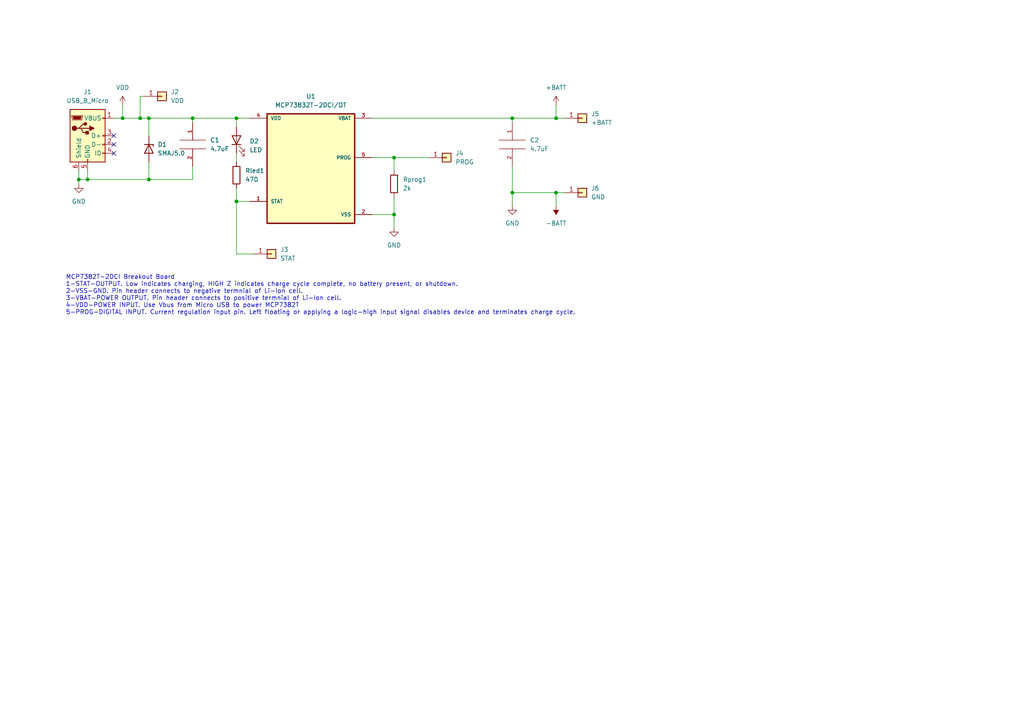
<source format=kicad_sch>
(kicad_sch (version 20211123) (generator eeschema)

  (uuid 28a09fd1-a8de-4f91-b42c-1e65b8fb3ed6)

  (paper "A4")

  (lib_symbols
    (symbol "Connector:USB_B_Micro" (pin_names (offset 1.016)) (in_bom yes) (on_board yes)
      (property "Reference" "J" (id 0) (at -5.08 11.43 0)
        (effects (font (size 1.27 1.27)) (justify left))
      )
      (property "Value" "USB_B_Micro" (id 1) (at -5.08 8.89 0)
        (effects (font (size 1.27 1.27)) (justify left))
      )
      (property "Footprint" "" (id 2) (at 3.81 -1.27 0)
        (effects (font (size 1.27 1.27)) hide)
      )
      (property "Datasheet" "~" (id 3) (at 3.81 -1.27 0)
        (effects (font (size 1.27 1.27)) hide)
      )
      (property "ki_keywords" "connector USB micro" (id 4) (at 0 0 0)
        (effects (font (size 1.27 1.27)) hide)
      )
      (property "ki_description" "USB Micro Type B connector" (id 5) (at 0 0 0)
        (effects (font (size 1.27 1.27)) hide)
      )
      (property "ki_fp_filters" "USB*" (id 6) (at 0 0 0)
        (effects (font (size 1.27 1.27)) hide)
      )
      (symbol "USB_B_Micro_0_1"
        (rectangle (start -5.08 -7.62) (end 5.08 7.62)
          (stroke (width 0.254) (type default) (color 0 0 0 0))
          (fill (type background))
        )
        (circle (center -3.81 2.159) (radius 0.635)
          (stroke (width 0.254) (type default) (color 0 0 0 0))
          (fill (type outline))
        )
        (circle (center -0.635 3.429) (radius 0.381)
          (stroke (width 0.254) (type default) (color 0 0 0 0))
          (fill (type outline))
        )
        (rectangle (start -0.127 -7.62) (end 0.127 -6.858)
          (stroke (width 0) (type default) (color 0 0 0 0))
          (fill (type none))
        )
        (polyline
          (pts
            (xy -1.905 2.159)
            (xy 0.635 2.159)
          )
          (stroke (width 0.254) (type default) (color 0 0 0 0))
          (fill (type none))
        )
        (polyline
          (pts
            (xy -3.175 2.159)
            (xy -2.54 2.159)
            (xy -1.27 3.429)
            (xy -0.635 3.429)
          )
          (stroke (width 0.254) (type default) (color 0 0 0 0))
          (fill (type none))
        )
        (polyline
          (pts
            (xy -2.54 2.159)
            (xy -1.905 2.159)
            (xy -1.27 0.889)
            (xy 0 0.889)
          )
          (stroke (width 0.254) (type default) (color 0 0 0 0))
          (fill (type none))
        )
        (polyline
          (pts
            (xy 0.635 2.794)
            (xy 0.635 1.524)
            (xy 1.905 2.159)
            (xy 0.635 2.794)
          )
          (stroke (width 0.254) (type default) (color 0 0 0 0))
          (fill (type outline))
        )
        (polyline
          (pts
            (xy -4.318 5.588)
            (xy -1.778 5.588)
            (xy -2.032 4.826)
            (xy -4.064 4.826)
            (xy -4.318 5.588)
          )
          (stroke (width 0) (type default) (color 0 0 0 0))
          (fill (type outline))
        )
        (polyline
          (pts
            (xy -4.699 5.842)
            (xy -4.699 5.588)
            (xy -4.445 4.826)
            (xy -4.445 4.572)
            (xy -1.651 4.572)
            (xy -1.651 4.826)
            (xy -1.397 5.588)
            (xy -1.397 5.842)
            (xy -4.699 5.842)
          )
          (stroke (width 0) (type default) (color 0 0 0 0))
          (fill (type none))
        )
        (rectangle (start 0.254 1.27) (end -0.508 0.508)
          (stroke (width 0.254) (type default) (color 0 0 0 0))
          (fill (type outline))
        )
        (rectangle (start 5.08 -5.207) (end 4.318 -4.953)
          (stroke (width 0) (type default) (color 0 0 0 0))
          (fill (type none))
        )
        (rectangle (start 5.08 -2.667) (end 4.318 -2.413)
          (stroke (width 0) (type default) (color 0 0 0 0))
          (fill (type none))
        )
        (rectangle (start 5.08 -0.127) (end 4.318 0.127)
          (stroke (width 0) (type default) (color 0 0 0 0))
          (fill (type none))
        )
        (rectangle (start 5.08 4.953) (end 4.318 5.207)
          (stroke (width 0) (type default) (color 0 0 0 0))
          (fill (type none))
        )
      )
      (symbol "USB_B_Micro_1_1"
        (pin power_out line (at 7.62 5.08 180) (length 2.54)
          (name "VBUS" (effects (font (size 1.27 1.27))))
          (number "1" (effects (font (size 1.27 1.27))))
        )
        (pin bidirectional line (at 7.62 -2.54 180) (length 2.54)
          (name "D-" (effects (font (size 1.27 1.27))))
          (number "2" (effects (font (size 1.27 1.27))))
        )
        (pin bidirectional line (at 7.62 0 180) (length 2.54)
          (name "D+" (effects (font (size 1.27 1.27))))
          (number "3" (effects (font (size 1.27 1.27))))
        )
        (pin passive line (at 7.62 -5.08 180) (length 2.54)
          (name "ID" (effects (font (size 1.27 1.27))))
          (number "4" (effects (font (size 1.27 1.27))))
        )
        (pin power_out line (at 0 -10.16 90) (length 2.54)
          (name "GND" (effects (font (size 1.27 1.27))))
          (number "5" (effects (font (size 1.27 1.27))))
        )
        (pin passive line (at -2.54 -10.16 90) (length 2.54)
          (name "Shield" (effects (font (size 1.27 1.27))))
          (number "6" (effects (font (size 1.27 1.27))))
        )
      )
    )
    (symbol "Connector_Generic:Conn_01x01" (pin_names (offset 1.016) hide) (in_bom yes) (on_board yes)
      (property "Reference" "J" (id 0) (at 0 2.54 0)
        (effects (font (size 1.27 1.27)))
      )
      (property "Value" "Conn_01x01" (id 1) (at 0 -2.54 0)
        (effects (font (size 1.27 1.27)))
      )
      (property "Footprint" "" (id 2) (at 0 0 0)
        (effects (font (size 1.27 1.27)) hide)
      )
      (property "Datasheet" "~" (id 3) (at 0 0 0)
        (effects (font (size 1.27 1.27)) hide)
      )
      (property "ki_keywords" "connector" (id 4) (at 0 0 0)
        (effects (font (size 1.27 1.27)) hide)
      )
      (property "ki_description" "Generic connector, single row, 01x01, script generated (kicad-library-utils/schlib/autogen/connector/)" (id 5) (at 0 0 0)
        (effects (font (size 1.27 1.27)) hide)
      )
      (property "ki_fp_filters" "Connector*:*_1x??_*" (id 6) (at 0 0 0)
        (effects (font (size 1.27 1.27)) hide)
      )
      (symbol "Conn_01x01_1_1"
        (rectangle (start -1.27 0.127) (end 0 -0.127)
          (stroke (width 0.1524) (type default) (color 0 0 0 0))
          (fill (type none))
        )
        (rectangle (start -1.27 1.27) (end 1.27 -1.27)
          (stroke (width 0.254) (type default) (color 0 0 0 0))
          (fill (type background))
        )
        (pin passive line (at -5.08 0 0) (length 3.81)
          (name "Pin_1" (effects (font (size 1.27 1.27))))
          (number "1" (effects (font (size 1.27 1.27))))
        )
      )
    )
    (symbol "Device:D_Zener" (pin_numbers hide) (pin_names (offset 1.016) hide) (in_bom yes) (on_board yes)
      (property "Reference" "D" (id 0) (at 0 2.54 0)
        (effects (font (size 1.27 1.27)))
      )
      (property "Value" "D_Zener" (id 1) (at 0 -2.54 0)
        (effects (font (size 1.27 1.27)))
      )
      (property "Footprint" "" (id 2) (at 0 0 0)
        (effects (font (size 1.27 1.27)) hide)
      )
      (property "Datasheet" "~" (id 3) (at 0 0 0)
        (effects (font (size 1.27 1.27)) hide)
      )
      (property "ki_keywords" "diode" (id 4) (at 0 0 0)
        (effects (font (size 1.27 1.27)) hide)
      )
      (property "ki_description" "Zener diode" (id 5) (at 0 0 0)
        (effects (font (size 1.27 1.27)) hide)
      )
      (property "ki_fp_filters" "TO-???* *_Diode_* *SingleDiode* D_*" (id 6) (at 0 0 0)
        (effects (font (size 1.27 1.27)) hide)
      )
      (symbol "D_Zener_0_1"
        (polyline
          (pts
            (xy 1.27 0)
            (xy -1.27 0)
          )
          (stroke (width 0) (type default) (color 0 0 0 0))
          (fill (type none))
        )
        (polyline
          (pts
            (xy -1.27 -1.27)
            (xy -1.27 1.27)
            (xy -0.762 1.27)
          )
          (stroke (width 0.254) (type default) (color 0 0 0 0))
          (fill (type none))
        )
        (polyline
          (pts
            (xy 1.27 -1.27)
            (xy 1.27 1.27)
            (xy -1.27 0)
            (xy 1.27 -1.27)
          )
          (stroke (width 0.254) (type default) (color 0 0 0 0))
          (fill (type none))
        )
      )
      (symbol "D_Zener_1_1"
        (pin passive line (at -3.81 0 0) (length 2.54)
          (name "K" (effects (font (size 1.27 1.27))))
          (number "1" (effects (font (size 1.27 1.27))))
        )
        (pin passive line (at 3.81 0 180) (length 2.54)
          (name "A" (effects (font (size 1.27 1.27))))
          (number "2" (effects (font (size 1.27 1.27))))
        )
      )
    )
    (symbol "Device:LED" (pin_numbers hide) (pin_names (offset 1.016) hide) (in_bom yes) (on_board yes)
      (property "Reference" "D" (id 0) (at 0 2.54 0)
        (effects (font (size 1.27 1.27)))
      )
      (property "Value" "LED" (id 1) (at 0 -2.54 0)
        (effects (font (size 1.27 1.27)))
      )
      (property "Footprint" "" (id 2) (at 0 0 0)
        (effects (font (size 1.27 1.27)) hide)
      )
      (property "Datasheet" "~" (id 3) (at 0 0 0)
        (effects (font (size 1.27 1.27)) hide)
      )
      (property "ki_keywords" "LED diode" (id 4) (at 0 0 0)
        (effects (font (size 1.27 1.27)) hide)
      )
      (property "ki_description" "Light emitting diode" (id 5) (at 0 0 0)
        (effects (font (size 1.27 1.27)) hide)
      )
      (property "ki_fp_filters" "LED* LED_SMD:* LED_THT:*" (id 6) (at 0 0 0)
        (effects (font (size 1.27 1.27)) hide)
      )
      (symbol "LED_0_1"
        (polyline
          (pts
            (xy -1.27 -1.27)
            (xy -1.27 1.27)
          )
          (stroke (width 0.254) (type default) (color 0 0 0 0))
          (fill (type none))
        )
        (polyline
          (pts
            (xy -1.27 0)
            (xy 1.27 0)
          )
          (stroke (width 0) (type default) (color 0 0 0 0))
          (fill (type none))
        )
        (polyline
          (pts
            (xy 1.27 -1.27)
            (xy 1.27 1.27)
            (xy -1.27 0)
            (xy 1.27 -1.27)
          )
          (stroke (width 0.254) (type default) (color 0 0 0 0))
          (fill (type none))
        )
        (polyline
          (pts
            (xy -3.048 -0.762)
            (xy -4.572 -2.286)
            (xy -3.81 -2.286)
            (xy -4.572 -2.286)
            (xy -4.572 -1.524)
          )
          (stroke (width 0) (type default) (color 0 0 0 0))
          (fill (type none))
        )
        (polyline
          (pts
            (xy -1.778 -0.762)
            (xy -3.302 -2.286)
            (xy -2.54 -2.286)
            (xy -3.302 -2.286)
            (xy -3.302 -1.524)
          )
          (stroke (width 0) (type default) (color 0 0 0 0))
          (fill (type none))
        )
      )
      (symbol "LED_1_1"
        (pin passive line (at -3.81 0 0) (length 2.54)
          (name "K" (effects (font (size 1.27 1.27))))
          (number "1" (effects (font (size 1.27 1.27))))
        )
        (pin passive line (at 3.81 0 180) (length 2.54)
          (name "A" (effects (font (size 1.27 1.27))))
          (number "2" (effects (font (size 1.27 1.27))))
        )
      )
    )
    (symbol "Device:R" (pin_numbers hide) (pin_names (offset 0)) (in_bom yes) (on_board yes)
      (property "Reference" "R" (id 0) (at 2.032 0 90)
        (effects (font (size 1.27 1.27)))
      )
      (property "Value" "R" (id 1) (at 0 0 90)
        (effects (font (size 1.27 1.27)))
      )
      (property "Footprint" "" (id 2) (at -1.778 0 90)
        (effects (font (size 1.27 1.27)) hide)
      )
      (property "Datasheet" "~" (id 3) (at 0 0 0)
        (effects (font (size 1.27 1.27)) hide)
      )
      (property "ki_keywords" "R res resistor" (id 4) (at 0 0 0)
        (effects (font (size 1.27 1.27)) hide)
      )
      (property "ki_description" "Resistor" (id 5) (at 0 0 0)
        (effects (font (size 1.27 1.27)) hide)
      )
      (property "ki_fp_filters" "R_*" (id 6) (at 0 0 0)
        (effects (font (size 1.27 1.27)) hide)
      )
      (symbol "R_0_1"
        (rectangle (start -1.016 -2.54) (end 1.016 2.54)
          (stroke (width 0.254) (type default) (color 0 0 0 0))
          (fill (type none))
        )
      )
      (symbol "R_1_1"
        (pin passive line (at 0 3.81 270) (length 1.27)
          (name "~" (effects (font (size 1.27 1.27))))
          (number "1" (effects (font (size 1.27 1.27))))
        )
        (pin passive line (at 0 -3.81 90) (length 1.27)
          (name "~" (effects (font (size 1.27 1.27))))
          (number "2" (effects (font (size 1.27 1.27))))
        )
      )
    )
    (symbol "MCP73832T-2DCI_OT:MCP73832T-2DCI{slash}OT" (pin_names (offset 1.016)) (in_bom yes) (on_board yes)
      (property "Reference" "U?" (id 0) (at 0 15.24 0)
        (effects (font (size 1.27 1.27)))
      )
      (property "Value" "MCP73832T-2DCI/OT" (id 1) (at 0 12.7 0)
        (effects (font (size 1.27 1.27)))
      )
      (property "Footprint" "SOT95P280X145-5N" (id 2) (at 0 0 0)
        (effects (font (size 1.27 1.27)) (justify bottom) hide)
      )
      (property "Datasheet" "" (id 3) (at 0 0 0)
        (effects (font (size 1.27 1.27)) hide)
      )
      (symbol "MCP73832T-2DCI{slash}OT_0_0"
        (rectangle (start -12.7 10.16) (end 12.7 -21.59)
          (stroke (width 0.41) (type default) (color 0 0 0 0))
          (fill (type background))
        )
        (pin input line (at -17.78 -15.24 0) (length 5.08)
          (name "STAT" (effects (font (size 1.016 1.016))))
          (number "1" (effects (font (size 1.016 1.016))))
        )
        (pin power_in line (at 17.78 -19.05 180) (length 5.08)
          (name "VSS" (effects (font (size 1.016 1.016))))
          (number "2" (effects (font (size 1.016 1.016))))
        )
        (pin input line (at 17.78 8.89 180) (length 5.08)
          (name "VBAT" (effects (font (size 1.016 1.016))))
          (number "3" (effects (font (size 1.016 1.016))))
        )
        (pin power_in line (at -17.78 8.89 0) (length 5.08)
          (name "VDD" (effects (font (size 1.016 1.016))))
          (number "4" (effects (font (size 1.016 1.016))))
        )
        (pin input line (at 17.78 -2.54 180) (length 5.08)
          (name "PROG" (effects (font (size 1.016 1.016))))
          (number "5" (effects (font (size 1.016 1.016))))
        )
      )
    )
    (symbol "power:+BATT" (power) (pin_names (offset 0)) (in_bom yes) (on_board yes)
      (property "Reference" "#PWR" (id 0) (at 0 -3.81 0)
        (effects (font (size 1.27 1.27)) hide)
      )
      (property "Value" "+BATT" (id 1) (at 0 3.556 0)
        (effects (font (size 1.27 1.27)))
      )
      (property "Footprint" "" (id 2) (at 0 0 0)
        (effects (font (size 1.27 1.27)) hide)
      )
      (property "Datasheet" "" (id 3) (at 0 0 0)
        (effects (font (size 1.27 1.27)) hide)
      )
      (property "ki_keywords" "power-flag battery" (id 4) (at 0 0 0)
        (effects (font (size 1.27 1.27)) hide)
      )
      (property "ki_description" "Power symbol creates a global label with name \"+BATT\"" (id 5) (at 0 0 0)
        (effects (font (size 1.27 1.27)) hide)
      )
      (symbol "+BATT_0_1"
        (polyline
          (pts
            (xy -0.762 1.27)
            (xy 0 2.54)
          )
          (stroke (width 0) (type default) (color 0 0 0 0))
          (fill (type none))
        )
        (polyline
          (pts
            (xy 0 0)
            (xy 0 2.54)
          )
          (stroke (width 0) (type default) (color 0 0 0 0))
          (fill (type none))
        )
        (polyline
          (pts
            (xy 0 2.54)
            (xy 0.762 1.27)
          )
          (stroke (width 0) (type default) (color 0 0 0 0))
          (fill (type none))
        )
      )
      (symbol "+BATT_1_1"
        (pin power_in line (at 0 0 90) (length 0) hide
          (name "+BATT" (effects (font (size 1.27 1.27))))
          (number "1" (effects (font (size 1.27 1.27))))
        )
      )
    )
    (symbol "power:-BATT" (power) (pin_names (offset 0)) (in_bom yes) (on_board yes)
      (property "Reference" "#PWR" (id 0) (at 0 -3.81 0)
        (effects (font (size 1.27 1.27)) hide)
      )
      (property "Value" "-BATT" (id 1) (at 0 3.556 0)
        (effects (font (size 1.27 1.27)))
      )
      (property "Footprint" "" (id 2) (at 0 0 0)
        (effects (font (size 1.27 1.27)) hide)
      )
      (property "Datasheet" "" (id 3) (at 0 0 0)
        (effects (font (size 1.27 1.27)) hide)
      )
      (property "ki_keywords" "power-flag battery" (id 4) (at 0 0 0)
        (effects (font (size 1.27 1.27)) hide)
      )
      (property "ki_description" "Power symbol creates a global label with name \"-BATT\"" (id 5) (at 0 0 0)
        (effects (font (size 1.27 1.27)) hide)
      )
      (symbol "-BATT_0_1"
        (polyline
          (pts
            (xy 0 0)
            (xy 0 2.54)
          )
          (stroke (width 0) (type default) (color 0 0 0 0))
          (fill (type none))
        )
        (polyline
          (pts
            (xy 0.762 1.27)
            (xy -0.762 1.27)
            (xy 0 2.54)
            (xy 0.762 1.27)
          )
          (stroke (width 0) (type default) (color 0 0 0 0))
          (fill (type outline))
        )
      )
      (symbol "-BATT_1_1"
        (pin power_in line (at 0 0 90) (length 0) hide
          (name "-BATT" (effects (font (size 1.27 1.27))))
          (number "1" (effects (font (size 1.27 1.27))))
        )
      )
    )
    (symbol "power:GND" (power) (pin_names (offset 0)) (in_bom yes) (on_board yes)
      (property "Reference" "#PWR" (id 0) (at 0 -6.35 0)
        (effects (font (size 1.27 1.27)) hide)
      )
      (property "Value" "GND" (id 1) (at 0 -3.81 0)
        (effects (font (size 1.27 1.27)))
      )
      (property "Footprint" "" (id 2) (at 0 0 0)
        (effects (font (size 1.27 1.27)) hide)
      )
      (property "Datasheet" "" (id 3) (at 0 0 0)
        (effects (font (size 1.27 1.27)) hide)
      )
      (property "ki_keywords" "power-flag" (id 4) (at 0 0 0)
        (effects (font (size 1.27 1.27)) hide)
      )
      (property "ki_description" "Power symbol creates a global label with name \"GND\" , ground" (id 5) (at 0 0 0)
        (effects (font (size 1.27 1.27)) hide)
      )
      (symbol "GND_0_1"
        (polyline
          (pts
            (xy 0 0)
            (xy 0 -1.27)
            (xy 1.27 -1.27)
            (xy 0 -2.54)
            (xy -1.27 -1.27)
            (xy 0 -1.27)
          )
          (stroke (width 0) (type default) (color 0 0 0 0))
          (fill (type none))
        )
      )
      (symbol "GND_1_1"
        (pin power_in line (at 0 0 270) (length 0) hide
          (name "GND" (effects (font (size 1.27 1.27))))
          (number "1" (effects (font (size 1.27 1.27))))
        )
      )
    )
    (symbol "power:VDD" (power) (pin_names (offset 0)) (in_bom yes) (on_board yes)
      (property "Reference" "#PWR" (id 0) (at 0 -3.81 0)
        (effects (font (size 1.27 1.27)) hide)
      )
      (property "Value" "VDD" (id 1) (at 0 3.81 0)
        (effects (font (size 1.27 1.27)))
      )
      (property "Footprint" "" (id 2) (at 0 0 0)
        (effects (font (size 1.27 1.27)) hide)
      )
      (property "Datasheet" "" (id 3) (at 0 0 0)
        (effects (font (size 1.27 1.27)) hide)
      )
      (property "ki_keywords" "power-flag" (id 4) (at 0 0 0)
        (effects (font (size 1.27 1.27)) hide)
      )
      (property "ki_description" "Power symbol creates a global label with name \"VDD\"" (id 5) (at 0 0 0)
        (effects (font (size 1.27 1.27)) hide)
      )
      (symbol "VDD_0_1"
        (polyline
          (pts
            (xy -0.762 1.27)
            (xy 0 2.54)
          )
          (stroke (width 0) (type default) (color 0 0 0 0))
          (fill (type none))
        )
        (polyline
          (pts
            (xy 0 0)
            (xy 0 2.54)
          )
          (stroke (width 0) (type default) (color 0 0 0 0))
          (fill (type none))
        )
        (polyline
          (pts
            (xy 0 2.54)
            (xy 0.762 1.27)
          )
          (stroke (width 0) (type default) (color 0 0 0 0))
          (fill (type none))
        )
      )
      (symbol "VDD_1_1"
        (pin power_in line (at 0 0 90) (length 0) hide
          (name "VDD" (effects (font (size 1.27 1.27))))
          (number "1" (effects (font (size 1.27 1.27))))
        )
      )
    )
    (symbol "pspice:C" (pin_names (offset 0.254)) (in_bom yes) (on_board yes)
      (property "Reference" "C" (id 0) (at 2.54 3.81 90)
        (effects (font (size 1.27 1.27)))
      )
      (property "Value" "C" (id 1) (at 2.54 -3.81 90)
        (effects (font (size 1.27 1.27)))
      )
      (property "Footprint" "" (id 2) (at 0 0 0)
        (effects (font (size 1.27 1.27)) hide)
      )
      (property "Datasheet" "~" (id 3) (at 0 0 0)
        (effects (font (size 1.27 1.27)) hide)
      )
      (property "ki_keywords" "simulation" (id 4) (at 0 0 0)
        (effects (font (size 1.27 1.27)) hide)
      )
      (property "ki_description" "Capacitor symbol for simulation only" (id 5) (at 0 0 0)
        (effects (font (size 1.27 1.27)) hide)
      )
      (symbol "C_0_1"
        (polyline
          (pts
            (xy -3.81 -1.27)
            (xy 3.81 -1.27)
          )
          (stroke (width 0) (type default) (color 0 0 0 0))
          (fill (type none))
        )
        (polyline
          (pts
            (xy -3.81 1.27)
            (xy 3.81 1.27)
          )
          (stroke (width 0) (type default) (color 0 0 0 0))
          (fill (type none))
        )
      )
      (symbol "C_1_1"
        (pin passive line (at 0 6.35 270) (length 5.08)
          (name "~" (effects (font (size 1.016 1.016))))
          (number "1" (effects (font (size 1.016 1.016))))
        )
        (pin passive line (at 0 -6.35 90) (length 5.08)
          (name "~" (effects (font (size 1.016 1.016))))
          (number "2" (effects (font (size 1.016 1.016))))
        )
      )
    )
  )

  (junction (at 40.64 34.29) (diameter 0) (color 0 0 0 0)
    (uuid 04fcd97f-e1b6-4bcc-b3de-34e02a66ef84)
  )
  (junction (at 43.18 34.29) (diameter 0) (color 0 0 0 0)
    (uuid 080bdc3e-238f-46db-8365-76655bfa7863)
  )
  (junction (at 114.3 45.72) (diameter 0) (color 0 0 0 0)
    (uuid 39a1badb-d9f9-47f2-a7d0-476d2fc914ca)
  )
  (junction (at 148.59 34.29) (diameter 0) (color 0 0 0 0)
    (uuid 3a486e81-3ad4-4b3c-bd62-60d11bdfa6c8)
  )
  (junction (at 35.56 34.29) (diameter 0) (color 0 0 0 0)
    (uuid 51971117-7fb6-4685-9640-b2b9e13d1fab)
  )
  (junction (at 43.18 52.07) (diameter 0) (color 0 0 0 0)
    (uuid 59a7b6d3-6e72-450b-b46b-458a238eee98)
  )
  (junction (at 148.59 55.88) (diameter 0) (color 0 0 0 0)
    (uuid 6181b0d2-daa6-4cd6-bc81-9f4c55334adf)
  )
  (junction (at 114.3 62.23) (diameter 0) (color 0 0 0 0)
    (uuid 8032a69d-47bd-4886-9ae4-fd1a39be356a)
  )
  (junction (at 55.88 34.29) (diameter 0) (color 0 0 0 0)
    (uuid 9c4f9c18-ccd7-462d-b933-4ff300153ca4)
  )
  (junction (at 25.4 52.07) (diameter 0) (color 0 0 0 0)
    (uuid 9c97cedf-eb7d-4893-ad8d-f50366107069)
  )
  (junction (at 68.58 34.29) (diameter 0) (color 0 0 0 0)
    (uuid d340786b-35f6-4df6-86a4-604fd83ccb11)
  )
  (junction (at 161.29 55.88) (diameter 0) (color 0 0 0 0)
    (uuid e1dad8da-38a0-4cac-a793-8af65bfffecc)
  )
  (junction (at 22.86 52.07) (diameter 0) (color 0 0 0 0)
    (uuid e461a95a-1630-45e6-a02f-5670d3a66448)
  )
  (junction (at 68.58 58.42) (diameter 0) (color 0 0 0 0)
    (uuid e97ae05d-8e08-405e-873f-775f22df129c)
  )
  (junction (at 161.29 34.29) (diameter 0) (color 0 0 0 0)
    (uuid f1bd186e-b70b-4018-a426-f6be21d4d354)
  )

  (no_connect (at 33.02 41.91) (uuid 43abfffd-08b6-4b81-aa6b-d04a1032aecb))
  (no_connect (at 33.02 39.37) (uuid 43abfffd-08b6-4b81-aa6b-d04a1032aecc))
  (no_connect (at 33.02 44.45) (uuid 43abfffd-08b6-4b81-aa6b-d04a1032aecd))

  (wire (pts (xy 55.88 52.07) (xy 43.18 52.07))
    (stroke (width 0) (type default) (color 0 0 0 0))
    (uuid 17bf01f1-695b-43f8-a87c-b284a1ddfcf2)
  )
  (wire (pts (xy 68.58 34.29) (xy 68.58 36.83))
    (stroke (width 0) (type default) (color 0 0 0 0))
    (uuid 2d54e7b4-9135-4191-b657-e25ba47af22f)
  )
  (wire (pts (xy 25.4 49.53) (xy 25.4 52.07))
    (stroke (width 0) (type default) (color 0 0 0 0))
    (uuid 307b35ed-32d3-49d8-a01a-c598d624b752)
  )
  (wire (pts (xy 40.64 34.29) (xy 43.18 34.29))
    (stroke (width 0) (type default) (color 0 0 0 0))
    (uuid 331ff52c-8b5c-4349-aea7-25cc59e4e549)
  )
  (wire (pts (xy 161.29 34.29) (xy 163.83 34.29))
    (stroke (width 0) (type default) (color 0 0 0 0))
    (uuid 33278b9e-4d63-45a4-9bd3-358572cd7306)
  )
  (wire (pts (xy 161.29 34.29) (xy 148.59 34.29))
    (stroke (width 0) (type default) (color 0 0 0 0))
    (uuid 36e7b22e-cc82-409e-980c-1cf7579043f5)
  )
  (wire (pts (xy 43.18 52.07) (xy 25.4 52.07))
    (stroke (width 0) (type default) (color 0 0 0 0))
    (uuid 3c7d96eb-480a-454d-8504-ea32120441e0)
  )
  (wire (pts (xy 161.29 59.69) (xy 161.29 55.88))
    (stroke (width 0) (type default) (color 0 0 0 0))
    (uuid 3cba73e9-f75c-4b90-be3b-3926de2b00e2)
  )
  (wire (pts (xy 55.88 35.56) (xy 55.88 34.29))
    (stroke (width 0) (type default) (color 0 0 0 0))
    (uuid 3e276431-6419-4c3d-aecc-24188a1fca1d)
  )
  (wire (pts (xy 43.18 34.29) (xy 55.88 34.29))
    (stroke (width 0) (type default) (color 0 0 0 0))
    (uuid 460d162e-2f02-4465-b367-eb5a04417cf8)
  )
  (wire (pts (xy 114.3 62.23) (xy 107.95 62.23))
    (stroke (width 0) (type default) (color 0 0 0 0))
    (uuid 4764c9a4-b5ef-4f61-a418-4928e945d2bc)
  )
  (wire (pts (xy 43.18 34.29) (xy 43.18 39.37))
    (stroke (width 0) (type default) (color 0 0 0 0))
    (uuid 4cca6bed-d294-4e54-9ce9-f510ba93d274)
  )
  (wire (pts (xy 68.58 58.42) (xy 72.39 58.42))
    (stroke (width 0) (type default) (color 0 0 0 0))
    (uuid 4ea95768-1799-4437-bbb5-e673cbaa2ae8)
  )
  (wire (pts (xy 40.64 27.94) (xy 40.64 34.29))
    (stroke (width 0) (type default) (color 0 0 0 0))
    (uuid 54d2752d-ce2a-4020-95ed-a3d58093aae1)
  )
  (wire (pts (xy 25.4 52.07) (xy 22.86 52.07))
    (stroke (width 0) (type default) (color 0 0 0 0))
    (uuid 57febb93-f1c8-4941-9849-ed708ec08921)
  )
  (wire (pts (xy 41.91 27.94) (xy 40.64 27.94))
    (stroke (width 0) (type default) (color 0 0 0 0))
    (uuid 67e70509-f366-4ec7-b9ba-dd0e611f3c9e)
  )
  (wire (pts (xy 22.86 52.07) (xy 22.86 53.34))
    (stroke (width 0) (type default) (color 0 0 0 0))
    (uuid 6dad2a17-6fd1-4784-8459-50470cd8c727)
  )
  (wire (pts (xy 35.56 30.48) (xy 35.56 34.29))
    (stroke (width 0) (type default) (color 0 0 0 0))
    (uuid 6e96b7c8-cba3-4e25-ab83-711e3e8e2d0a)
  )
  (wire (pts (xy 68.58 34.29) (xy 72.39 34.29))
    (stroke (width 0) (type default) (color 0 0 0 0))
    (uuid 70e466c6-a68b-4c75-bf1a-751ae90bfc86)
  )
  (wire (pts (xy 68.58 54.61) (xy 68.58 58.42))
    (stroke (width 0) (type default) (color 0 0 0 0))
    (uuid 833de14f-9275-4caa-8814-9306c2051a51)
  )
  (wire (pts (xy 107.95 34.29) (xy 148.59 34.29))
    (stroke (width 0) (type default) (color 0 0 0 0))
    (uuid 83903783-bbf0-4f43-b8d6-e3bbefd1b177)
  )
  (wire (pts (xy 55.88 48.26) (xy 55.88 52.07))
    (stroke (width 0) (type default) (color 0 0 0 0))
    (uuid 85c18be6-cb87-4bf3-9ca0-9c485060fcf4)
  )
  (wire (pts (xy 114.3 45.72) (xy 114.3 49.53))
    (stroke (width 0) (type default) (color 0 0 0 0))
    (uuid 8bc1501a-8cd9-4d86-b291-1a55fd3a8229)
  )
  (wire (pts (xy 33.02 34.29) (xy 35.56 34.29))
    (stroke (width 0) (type default) (color 0 0 0 0))
    (uuid 8c17bb37-1cd4-4e65-8c17-be67b5703060)
  )
  (wire (pts (xy 161.29 30.48) (xy 161.29 34.29))
    (stroke (width 0) (type default) (color 0 0 0 0))
    (uuid 90d4654a-8d98-4eb0-b4f8-3b742648f965)
  )
  (wire (pts (xy 68.58 73.66) (xy 68.58 58.42))
    (stroke (width 0) (type default) (color 0 0 0 0))
    (uuid 9d552474-4a97-4614-b723-e8be084d881e)
  )
  (wire (pts (xy 68.58 44.45) (xy 68.58 46.99))
    (stroke (width 0) (type default) (color 0 0 0 0))
    (uuid a121cbaf-b549-495c-ae3e-159700ae704f)
  )
  (wire (pts (xy 114.3 45.72) (xy 124.46 45.72))
    (stroke (width 0) (type default) (color 0 0 0 0))
    (uuid a4abff97-bf12-4fc7-aa8c-ee91f8edfee7)
  )
  (wire (pts (xy 22.86 49.53) (xy 22.86 52.07))
    (stroke (width 0) (type default) (color 0 0 0 0))
    (uuid a7d33c05-478a-4392-9646-d1ad83520fdf)
  )
  (wire (pts (xy 148.59 48.26) (xy 148.59 55.88))
    (stroke (width 0) (type default) (color 0 0 0 0))
    (uuid aa4d4c66-a3bd-4c9a-9c89-cc4d7cb99fbb)
  )
  (wire (pts (xy 107.95 45.72) (xy 114.3 45.72))
    (stroke (width 0) (type default) (color 0 0 0 0))
    (uuid b9f59f4f-7d71-4a30-a46e-87cb726efffb)
  )
  (wire (pts (xy 148.59 35.56) (xy 148.59 34.29))
    (stroke (width 0) (type default) (color 0 0 0 0))
    (uuid bc14b1f1-b6f2-4f48-9f05-e19c64eeda8d)
  )
  (wire (pts (xy 73.66 73.66) (xy 68.58 73.66))
    (stroke (width 0) (type default) (color 0 0 0 0))
    (uuid bea30921-5a32-4b7f-b53b-ef4f8c31f61d)
  )
  (wire (pts (xy 114.3 66.04) (xy 114.3 62.23))
    (stroke (width 0) (type default) (color 0 0 0 0))
    (uuid dc7e5fba-696f-43a9-b03e-6ff2541d0fbc)
  )
  (wire (pts (xy 161.29 55.88) (xy 148.59 55.88))
    (stroke (width 0) (type default) (color 0 0 0 0))
    (uuid e3c9c000-aed0-4dfb-9929-ee9dfdb99481)
  )
  (wire (pts (xy 114.3 57.15) (xy 114.3 62.23))
    (stroke (width 0) (type default) (color 0 0 0 0))
    (uuid e4671e29-d42b-45c6-a76d-b2f2b9309424)
  )
  (wire (pts (xy 148.59 55.88) (xy 148.59 59.69))
    (stroke (width 0) (type default) (color 0 0 0 0))
    (uuid e6f7bb7c-92d2-4626-9cf2-248cd744d301)
  )
  (wire (pts (xy 161.29 55.88) (xy 163.83 55.88))
    (stroke (width 0) (type default) (color 0 0 0 0))
    (uuid ebe57ea8-1560-41a4-bf9b-84e42ab2732a)
  )
  (wire (pts (xy 55.88 34.29) (xy 68.58 34.29))
    (stroke (width 0) (type default) (color 0 0 0 0))
    (uuid f42922d4-5b9a-4548-8576-3cbfb6ce6c5e)
  )
  (wire (pts (xy 35.56 34.29) (xy 40.64 34.29))
    (stroke (width 0) (type default) (color 0 0 0 0))
    (uuid f566f329-ca09-4cd7-8ba9-d0b498861ce9)
  )
  (wire (pts (xy 43.18 46.99) (xy 43.18 52.07))
    (stroke (width 0) (type default) (color 0 0 0 0))
    (uuid f984bb49-a6cd-4048-811c-90a9f9bc466c)
  )

  (text "MCP7382T-2DCI Breakout Board\n1-STAT-OUTPUT. Low indicates charging, HIGH Z indicates charge cycle complete, no battery present, or shutdown.\n2-VSS-GND. Pin header connects to negative termnial of Li-Ion cell.\n3-VBAT-POWER OUTPUT. Pin header connects to positive termnial of Li-Ion cell.\n4-VDD-POWER INPUT. Use Vbus from Micro USB to power MCP7382T\n5-PROG-DIGITAL INPUT. Current regulation input pin. Left floating or applying a logic-high input signal disables device and terminates charge cycle."
    (at 19.05 91.44 0)
    (effects (font (size 1.27 1.27)) (justify left bottom))
    (uuid 112a87c7-e491-4191-a0c1-f64155a0c20f)
  )

  (symbol (lib_id "power:+BATT") (at 161.29 30.48 0) (unit 1)
    (in_bom yes) (on_board yes) (fields_autoplaced)
    (uuid 098e2935-5a27-4a36-a769-85e1f1b17d8c)
    (property "Reference" "#PWR05" (id 0) (at 161.29 34.29 0)
      (effects (font (size 1.27 1.27)) hide)
    )
    (property "Value" "+BATT" (id 1) (at 161.29 25.4 0))
    (property "Footprint" "" (id 2) (at 161.29 30.48 0)
      (effects (font (size 1.27 1.27)) hide)
    )
    (property "Datasheet" "" (id 3) (at 161.29 30.48 0)
      (effects (font (size 1.27 1.27)) hide)
    )
    (pin "1" (uuid 4856617d-d30f-484e-8d0d-6923ea1b23ea))
  )

  (symbol (lib_id "power:GND") (at 114.3 66.04 0) (unit 1)
    (in_bom yes) (on_board yes) (fields_autoplaced)
    (uuid 14cc46a3-465b-4ab3-a3c2-a7f6aa24f751)
    (property "Reference" "#PWR03" (id 0) (at 114.3 72.39 0)
      (effects (font (size 1.27 1.27)) hide)
    )
    (property "Value" "GND" (id 1) (at 114.3 71.12 0))
    (property "Footprint" "" (id 2) (at 114.3 66.04 0)
      (effects (font (size 1.27 1.27)) hide)
    )
    (property "Datasheet" "" (id 3) (at 114.3 66.04 0)
      (effects (font (size 1.27 1.27)) hide)
    )
    (pin "1" (uuid fde9d1e8-a909-4c33-9c73-f027f52ac886))
  )

  (symbol (lib_id "power:-BATT") (at 161.29 59.69 180) (unit 1)
    (in_bom yes) (on_board yes) (fields_autoplaced)
    (uuid 1a9c3fe5-329d-4530-9fae-9daea58b4839)
    (property "Reference" "#PWR06" (id 0) (at 161.29 55.88 0)
      (effects (font (size 1.27 1.27)) hide)
    )
    (property "Value" "-BATT" (id 1) (at 161.29 64.77 0))
    (property "Footprint" "" (id 2) (at 161.29 59.69 0)
      (effects (font (size 1.27 1.27)) hide)
    )
    (property "Datasheet" "" (id 3) (at 161.29 59.69 0)
      (effects (font (size 1.27 1.27)) hide)
    )
    (pin "1" (uuid 74ac627b-0b34-4d94-b392-29d8e4abca8b))
  )

  (symbol (lib_id "Device:LED") (at 68.58 40.64 90) (unit 1)
    (in_bom yes) (on_board yes) (fields_autoplaced)
    (uuid 5c4e2634-d732-40e4-80e6-36eac030fc44)
    (property "Reference" "D2" (id 0) (at 72.39 40.9574 90)
      (effects (font (size 1.27 1.27)) (justify right))
    )
    (property "Value" "LED" (id 1) (at 72.39 43.4974 90)
      (effects (font (size 1.27 1.27)) (justify right))
    )
    (property "Footprint" "Diode_SMD:D_1206_3216Metric" (id 2) (at 68.58 40.64 0)
      (effects (font (size 1.27 1.27)) hide)
    )
    (property "Datasheet" "~" (id 3) (at 68.58 40.64 0)
      (effects (font (size 1.27 1.27)) hide)
    )
    (pin "1" (uuid 49fe0b82-5ba6-4946-9e63-bace87c235f4))
    (pin "2" (uuid f5c362a9-1b0d-4640-8649-e13bc875063d))
  )

  (symbol (lib_id "Connector_Generic:Conn_01x01") (at 168.91 34.29 0) (unit 1)
    (in_bom yes) (on_board yes) (fields_autoplaced)
    (uuid 604378b1-f528-4e65-a40f-d3edde78ac23)
    (property "Reference" "J5" (id 0) (at 171.45 33.0199 0)
      (effects (font (size 1.27 1.27)) (justify left))
    )
    (property "Value" "+BATT" (id 1) (at 171.45 35.5599 0)
      (effects (font (size 1.27 1.27)) (justify left))
    )
    (property "Footprint" "Connector_PinSocket_2.54mm:PinSocket_1x01_P2.54mm_Vertical" (id 2) (at 168.91 34.29 0)
      (effects (font (size 1.27 1.27)) hide)
    )
    (property "Datasheet" "~" (id 3) (at 168.91 34.29 0)
      (effects (font (size 1.27 1.27)) hide)
    )
    (pin "1" (uuid 5d678739-4140-437e-ad4b-5fa3f235a523))
  )

  (symbol (lib_id "power:GND") (at 148.59 59.69 0) (unit 1)
    (in_bom yes) (on_board yes) (fields_autoplaced)
    (uuid 6c19fa6b-24b3-4865-8d3a-2a4227991d84)
    (property "Reference" "#PWR04" (id 0) (at 148.59 66.04 0)
      (effects (font (size 1.27 1.27)) hide)
    )
    (property "Value" "GND" (id 1) (at 148.59 64.77 0))
    (property "Footprint" "" (id 2) (at 148.59 59.69 0)
      (effects (font (size 1.27 1.27)) hide)
    )
    (property "Datasheet" "" (id 3) (at 148.59 59.69 0)
      (effects (font (size 1.27 1.27)) hide)
    )
    (pin "1" (uuid 494a54cc-fdb2-4c67-b576-8061ebb10df0))
  )

  (symbol (lib_id "Connector_Generic:Conn_01x01") (at 46.99 27.94 0) (unit 1)
    (in_bom yes) (on_board yes) (fields_autoplaced)
    (uuid 71fe3199-5a73-4717-87c4-7ab2e504d10d)
    (property "Reference" "J2" (id 0) (at 49.53 26.6699 0)
      (effects (font (size 1.27 1.27)) (justify left))
    )
    (property "Value" "VDD" (id 1) (at 49.53 29.2099 0)
      (effects (font (size 1.27 1.27)) (justify left))
    )
    (property "Footprint" "Connector_PinSocket_2.54mm:PinSocket_1x01_P2.54mm_Vertical" (id 2) (at 46.99 27.94 0)
      (effects (font (size 1.27 1.27)) hide)
    )
    (property "Datasheet" "~" (id 3) (at 46.99 27.94 0)
      (effects (font (size 1.27 1.27)) hide)
    )
    (pin "1" (uuid 8cc92df5-e722-4201-8f06-8891b20f6925))
  )

  (symbol (lib_id "Connector_Generic:Conn_01x01") (at 129.54 45.72 0) (unit 1)
    (in_bom yes) (on_board yes) (fields_autoplaced)
    (uuid 8c5eac69-da0d-4528-8c6f-1c21871b5c52)
    (property "Reference" "J4" (id 0) (at 132.08 44.4499 0)
      (effects (font (size 1.27 1.27)) (justify left))
    )
    (property "Value" "PROG" (id 1) (at 132.08 46.9899 0)
      (effects (font (size 1.27 1.27)) (justify left))
    )
    (property "Footprint" "Connector_PinSocket_2.54mm:PinSocket_1x01_P2.54mm_Vertical" (id 2) (at 129.54 45.72 0)
      (effects (font (size 1.27 1.27)) hide)
    )
    (property "Datasheet" "~" (id 3) (at 129.54 45.72 0)
      (effects (font (size 1.27 1.27)) hide)
    )
    (pin "1" (uuid 32fe5648-a05d-44ab-961d-8df31f06d85c))
  )

  (symbol (lib_id "Connector_Generic:Conn_01x01") (at 78.74 73.66 0) (unit 1)
    (in_bom yes) (on_board yes) (fields_autoplaced)
    (uuid 8dc810c9-9a6a-4a9b-a385-e7dd2fb8dd60)
    (property "Reference" "J3" (id 0) (at 81.28 72.3899 0)
      (effects (font (size 1.27 1.27)) (justify left))
    )
    (property "Value" "STAT" (id 1) (at 81.28 74.9299 0)
      (effects (font (size 1.27 1.27)) (justify left))
    )
    (property "Footprint" "Connector_PinSocket_2.54mm:PinSocket_1x01_P2.54mm_Vertical" (id 2) (at 78.74 73.66 0)
      (effects (font (size 1.27 1.27)) hide)
    )
    (property "Datasheet" "~" (id 3) (at 78.74 73.66 0)
      (effects (font (size 1.27 1.27)) hide)
    )
    (pin "1" (uuid 811cb552-7474-4a65-b841-1b4dabb1ac83))
  )

  (symbol (lib_id "Connector_Generic:Conn_01x01") (at 168.91 55.88 0) (unit 1)
    (in_bom yes) (on_board yes) (fields_autoplaced)
    (uuid 99653e1c-e853-4236-8ed6-97b4d81c79be)
    (property "Reference" "J6" (id 0) (at 171.45 54.6099 0)
      (effects (font (size 1.27 1.27)) (justify left))
    )
    (property "Value" "GND" (id 1) (at 171.45 57.1499 0)
      (effects (font (size 1.27 1.27)) (justify left))
    )
    (property "Footprint" "Connector_PinSocket_2.54mm:PinSocket_1x01_P2.54mm_Vertical" (id 2) (at 168.91 55.88 0)
      (effects (font (size 1.27 1.27)) hide)
    )
    (property "Datasheet" "~" (id 3) (at 168.91 55.88 0)
      (effects (font (size 1.27 1.27)) hide)
    )
    (pin "1" (uuid c078c79a-44a4-4911-8cee-bcebc8979fb1))
  )

  (symbol (lib_id "Device:R") (at 68.58 50.8 0) (unit 1)
    (in_bom yes) (on_board yes) (fields_autoplaced)
    (uuid 9d14fd02-dea6-4294-b582-0117635ea455)
    (property "Reference" "Rled1" (id 0) (at 71.12 49.5299 0)
      (effects (font (size 1.27 1.27)) (justify left))
    )
    (property "Value" "470" (id 1) (at 71.12 52.0699 0)
      (effects (font (size 1.27 1.27)) (justify left))
    )
    (property "Footprint" "Resistor_SMD:R_1206_3216Metric" (id 2) (at 66.802 50.8 90)
      (effects (font (size 1.27 1.27)) hide)
    )
    (property "Datasheet" "~" (id 3) (at 68.58 50.8 0)
      (effects (font (size 1.27 1.27)) hide)
    )
    (pin "1" (uuid fc7fd789-eb87-4039-ba7d-56570bc81150))
    (pin "2" (uuid 90c2a9d5-ebe3-440a-8803-398c54b6fe0e))
  )

  (symbol (lib_id "power:VDD") (at 35.56 30.48 0) (unit 1)
    (in_bom yes) (on_board yes) (fields_autoplaced)
    (uuid 9f090306-5d16-479d-a335-15f3b8b0ac48)
    (property "Reference" "#PWR02" (id 0) (at 35.56 34.29 0)
      (effects (font (size 1.27 1.27)) hide)
    )
    (property "Value" "VDD" (id 1) (at 35.56 25.4 0))
    (property "Footprint" "" (id 2) (at 35.56 30.48 0)
      (effects (font (size 1.27 1.27)) hide)
    )
    (property "Datasheet" "" (id 3) (at 35.56 30.48 0)
      (effects (font (size 1.27 1.27)) hide)
    )
    (pin "1" (uuid 968b4ed5-2eba-4b5d-b4f4-4351650b8dd0))
  )

  (symbol (lib_id "Device:R") (at 114.3 53.34 0) (unit 1)
    (in_bom yes) (on_board yes) (fields_autoplaced)
    (uuid a0479dcc-81a2-4f32-9eb3-76d34b5eb607)
    (property "Reference" "Rprog1" (id 0) (at 116.84 52.0699 0)
      (effects (font (size 1.27 1.27)) (justify left))
    )
    (property "Value" "2k" (id 1) (at 116.84 54.6099 0)
      (effects (font (size 1.27 1.27)) (justify left))
    )
    (property "Footprint" "Resistor_SMD:R_1206_3216Metric" (id 2) (at 112.522 53.34 90)
      (effects (font (size 1.27 1.27)) hide)
    )
    (property "Datasheet" "~" (id 3) (at 114.3 53.34 0)
      (effects (font (size 1.27 1.27)) hide)
    )
    (pin "1" (uuid 5815e267-6d0f-49de-82f3-b07695c27a39))
    (pin "2" (uuid 30b4db49-0d74-4378-b63e-f40fcfe75f86))
  )

  (symbol (lib_id "pspice:C") (at 148.59 41.91 0) (unit 1)
    (in_bom yes) (on_board yes) (fields_autoplaced)
    (uuid a29034db-db46-442f-9504-661f5f44269a)
    (property "Reference" "C2" (id 0) (at 153.67 40.6399 0)
      (effects (font (size 1.27 1.27)) (justify left))
    )
    (property "Value" "4.7uF" (id 1) (at 153.67 43.1799 0)
      (effects (font (size 1.27 1.27)) (justify left))
    )
    (property "Footprint" "Capacitor_SMD:C_0603_1608Metric" (id 2) (at 148.59 41.91 0)
      (effects (font (size 1.27 1.27)) hide)
    )
    (property "Datasheet" "~" (id 3) (at 148.59 41.91 0)
      (effects (font (size 1.27 1.27)) hide)
    )
    (pin "1" (uuid c4f33311-20ac-4249-b37c-f840b0a19a5d))
    (pin "2" (uuid 443d87a0-aeb9-433c-bdec-7441e9f48975))
  )

  (symbol (lib_id "pspice:C") (at 55.88 41.91 0) (unit 1)
    (in_bom yes) (on_board yes) (fields_autoplaced)
    (uuid b051e2c8-1804-4c79-84b5-fcf00317e996)
    (property "Reference" "C1" (id 0) (at 60.96 40.6399 0)
      (effects (font (size 1.27 1.27)) (justify left))
    )
    (property "Value" "4.7uF" (id 1) (at 60.96 43.1799 0)
      (effects (font (size 1.27 1.27)) (justify left))
    )
    (property "Footprint" "Capacitor_SMD:C_0603_1608Metric" (id 2) (at 55.88 41.91 0)
      (effects (font (size 1.27 1.27)) hide)
    )
    (property "Datasheet" "~" (id 3) (at 55.88 41.91 0)
      (effects (font (size 1.27 1.27)) hide)
    )
    (pin "1" (uuid 8e07b4c7-2413-420f-8787-ba2ab808d564))
    (pin "2" (uuid c44e115a-4600-4012-89c1-572dd9aa576d))
  )

  (symbol (lib_id "Device:D_Zener") (at 43.18 43.18 270) (unit 1)
    (in_bom yes) (on_board yes) (fields_autoplaced)
    (uuid bc5e414f-1ce7-4081-996f-405fa183d9fc)
    (property "Reference" "D1" (id 0) (at 45.72 41.9099 90)
      (effects (font (size 1.27 1.27)) (justify left))
    )
    (property "Value" "SMAJ5.0" (id 1) (at 45.72 44.4499 90)
      (effects (font (size 1.27 1.27)) (justify left))
    )
    (property "Footprint" "SMAJ5.0:SMAJ5.0A" (id 2) (at 43.18 43.18 0)
      (effects (font (size 1.27 1.27)) hide)
    )
    (property "Datasheet" "~" (id 3) (at 43.18 43.18 0)
      (effects (font (size 1.27 1.27)) hide)
    )
    (pin "1" (uuid a8b6b763-350c-4b4a-ab23-27f7aa36e466))
    (pin "2" (uuid 257519f7-3c22-4f8b-a05b-46bf19ce9282))
  )

  (symbol (lib_id "Connector:USB_B_Micro") (at 25.4 39.37 0) (unit 1)
    (in_bom yes) (on_board yes) (fields_autoplaced)
    (uuid d5d56b8b-e4ae-48b6-84fb-da2c7993c09a)
    (property "Reference" "J1" (id 0) (at 25.4 26.67 0))
    (property "Value" "USB_B_Micro" (id 1) (at 25.4 29.21 0))
    (property "Footprint" "allied_connectors_usb:micro_usb_b_2.0_horizontal" (id 2) (at 29.21 40.64 0)
      (effects (font (size 1.27 1.27)) hide)
    )
    (property "Datasheet" "~" (id 3) (at 29.21 40.64 0)
      (effects (font (size 1.27 1.27)) hide)
    )
    (pin "1" (uuid 0814a7f5-d486-4370-9f19-7b56dd32c969))
    (pin "2" (uuid 7015549a-835c-4582-88eb-338f8657d15a))
    (pin "3" (uuid e773b4cb-1029-481a-a9b9-e72190ffc8ce))
    (pin "4" (uuid 8b368942-78ac-487b-bd78-defa586d1ad7))
    (pin "5" (uuid 2a36af4c-5ddf-41fb-88a1-f962fdca4343))
    (pin "6" (uuid 9b38a426-987a-4034-838a-f9a3a294aae0))
  )

  (symbol (lib_id "power:GND") (at 22.86 53.34 0) (unit 1)
    (in_bom yes) (on_board yes) (fields_autoplaced)
    (uuid d9324719-ea9b-442f-8487-346d73cc13bf)
    (property "Reference" "#PWR01" (id 0) (at 22.86 59.69 0)
      (effects (font (size 1.27 1.27)) hide)
    )
    (property "Value" "GND" (id 1) (at 22.86 58.42 0))
    (property "Footprint" "" (id 2) (at 22.86 53.34 0)
      (effects (font (size 1.27 1.27)) hide)
    )
    (property "Datasheet" "" (id 3) (at 22.86 53.34 0)
      (effects (font (size 1.27 1.27)) hide)
    )
    (pin "1" (uuid d0ecc7aa-b373-44b0-be0d-611498f9ea23))
  )

  (symbol (lib_id "MCP73832T-2DCI_OT:MCP73832T-2DCI{slash}OT") (at 90.17 43.18 0) (unit 1)
    (in_bom yes) (on_board yes) (fields_autoplaced)
    (uuid f86d5963-346d-49c1-a24b-042c07634d31)
    (property "Reference" "U1" (id 0) (at 90.17 27.94 0))
    (property "Value" "MCP73832T-2DCI/OT" (id 1) (at 90.17 30.48 0))
    (property "Footprint" "MCP73832T-2DCI_OT:SOT95P280X145-5N" (id 2) (at 90.17 43.18 0)
      (effects (font (size 1.27 1.27)) (justify bottom) hide)
    )
    (property "Datasheet" "https://ww1.microchip.com/downloads/en/DeviceDoc/MCP73831-Family-Data-Sheet-DS20001984H.pdf" (id 3) (at 90.17 43.18 0)
      (effects (font (size 1.27 1.27)) hide)
    )
    (pin "1" (uuid 3385e58a-630a-4b57-b84a-5805a856a2a4))
    (pin "2" (uuid 5e339a47-30ef-41d2-b57a-28ee37585bf8))
    (pin "3" (uuid 4b183f21-54d5-420f-acdf-0ba1838cc21a))
    (pin "4" (uuid 7f4fd613-0d84-482e-b179-ef6f2470a36b))
    (pin "5" (uuid 71e5796c-71a2-4592-9dec-36a1cd077dfa))
  )

  (sheet_instances
    (path "/" (page "1"))
  )

  (symbol_instances
    (path "/d9324719-ea9b-442f-8487-346d73cc13bf"
      (reference "#PWR01") (unit 1) (value "GND") (footprint "")
    )
    (path "/9f090306-5d16-479d-a335-15f3b8b0ac48"
      (reference "#PWR02") (unit 1) (value "VDD") (footprint "")
    )
    (path "/14cc46a3-465b-4ab3-a3c2-a7f6aa24f751"
      (reference "#PWR03") (unit 1) (value "GND") (footprint "")
    )
    (path "/6c19fa6b-24b3-4865-8d3a-2a4227991d84"
      (reference "#PWR04") (unit 1) (value "GND") (footprint "")
    )
    (path "/098e2935-5a27-4a36-a769-85e1f1b17d8c"
      (reference "#PWR05") (unit 1) (value "+BATT") (footprint "")
    )
    (path "/1a9c3fe5-329d-4530-9fae-9daea58b4839"
      (reference "#PWR06") (unit 1) (value "-BATT") (footprint "")
    )
    (path "/b051e2c8-1804-4c79-84b5-fcf00317e996"
      (reference "C1") (unit 1) (value "4.7uF") (footprint "Capacitor_SMD:C_0603_1608Metric")
    )
    (path "/a29034db-db46-442f-9504-661f5f44269a"
      (reference "C2") (unit 1) (value "4.7uF") (footprint "Capacitor_SMD:C_0603_1608Metric")
    )
    (path "/bc5e414f-1ce7-4081-996f-405fa183d9fc"
      (reference "D1") (unit 1) (value "SMAJ5.0") (footprint "SMAJ5.0:SMAJ5.0A")
    )
    (path "/5c4e2634-d732-40e4-80e6-36eac030fc44"
      (reference "D2") (unit 1) (value "LED") (footprint "Diode_SMD:D_1206_3216Metric")
    )
    (path "/d5d56b8b-e4ae-48b6-84fb-da2c7993c09a"
      (reference "J1") (unit 1) (value "USB_B_Micro") (footprint "allied_connectors_usb:micro_usb_b_2.0_horizontal")
    )
    (path "/71fe3199-5a73-4717-87c4-7ab2e504d10d"
      (reference "J2") (unit 1) (value "VDD") (footprint "Connector_PinSocket_2.54mm:PinSocket_1x01_P2.54mm_Vertical")
    )
    (path "/8dc810c9-9a6a-4a9b-a385-e7dd2fb8dd60"
      (reference "J3") (unit 1) (value "STAT") (footprint "Connector_PinSocket_2.54mm:PinSocket_1x01_P2.54mm_Vertical")
    )
    (path "/8c5eac69-da0d-4528-8c6f-1c21871b5c52"
      (reference "J4") (unit 1) (value "PROG") (footprint "Connector_PinSocket_2.54mm:PinSocket_1x01_P2.54mm_Vertical")
    )
    (path "/604378b1-f528-4e65-a40f-d3edde78ac23"
      (reference "J5") (unit 1) (value "+BATT") (footprint "Connector_PinSocket_2.54mm:PinSocket_1x01_P2.54mm_Vertical")
    )
    (path "/99653e1c-e853-4236-8ed6-97b4d81c79be"
      (reference "J6") (unit 1) (value "GND") (footprint "Connector_PinSocket_2.54mm:PinSocket_1x01_P2.54mm_Vertical")
    )
    (path "/9d14fd02-dea6-4294-b582-0117635ea455"
      (reference "Rled1") (unit 1) (value "470") (footprint "Resistor_SMD:R_1206_3216Metric")
    )
    (path "/a0479dcc-81a2-4f32-9eb3-76d34b5eb607"
      (reference "Rprog1") (unit 1) (value "2k") (footprint "Resistor_SMD:R_1206_3216Metric")
    )
    (path "/f86d5963-346d-49c1-a24b-042c07634d31"
      (reference "U1") (unit 1) (value "MCP73832T-2DCI/OT") (footprint "MCP73832T-2DCI_OT:SOT95P280X145-5N")
    )
  )
)

</source>
